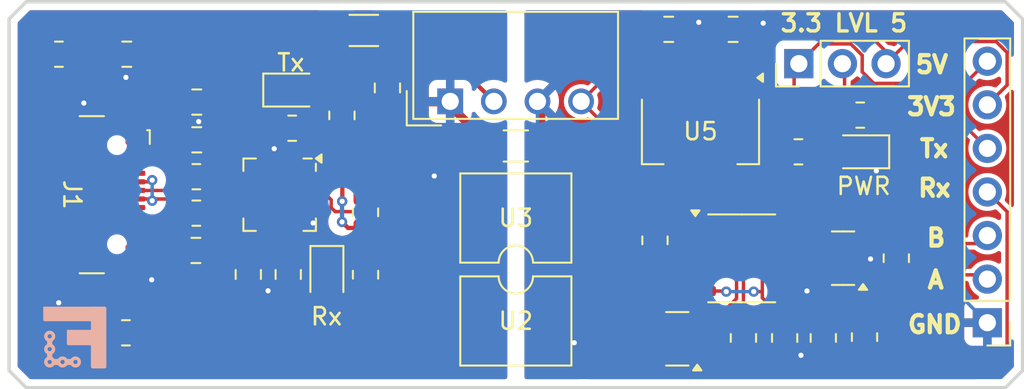
<source format=kicad_pcb>
(kicad_pcb (version 20241229) (generator "pcbnew") (generator_version "9.0")
  (layers (0 "F.Cu" signal) (2 "B.Cu" signal) (13 "F.Paste" user) (15 "B.Paste" user) (5 "F.SilkS" user "F.Silkscreen") (7 "B.SilkS" user "B.Silkscreen") (1 "F.Mask" user) (3 "B.Mask" user) (25 "Edge.Cuts" user))
  (net 0 "")
  (net 1 "GND1")
  (net 2 "+5V_USB")
  (net 3 "+5V_OUT")
  (net 4 "GND2")
  (net 5 "+3.3V_OUT")
  (net 6 "Net-(U4-+Vin)")
  (net 7 "Net-(D1-A)")
  (net 8 "Net-(U1-USBDP)")
  (net 9 "Net-(D4-A)")
  (net 10 "Net-(U1-USBDM)")
  (net 11 "VCCIO")
  (net 12 "Net-(D1-K)")
  (net 13 "Net-(D2-K)")
  (net 14 "Net-(D2-A)")
  (net 15 "Net-(D3-A1)")
  (net 16 "Net-(D3-A2)")
  (net 19 "Net-(Q1-C)")
  (net 20 "Net-(Q1-E)")
  (net 21 "Net-(Q1-B)")
  (net 22 "Net-(R8-Pad2)")
  (net 23 "Net-(J1-D+-PadA6)")
  (net 24 "Net-(J1-CC1)")
  (net 25 "Net-(J1-D--PadA7)")
  (net 26 "Net-(J1-CC2)")
  (net 27 "Net-(J2-Pin_2)")
  (net 28 "Net-(J3-Pin_5)")
  (net 29 "Net-(J3-Pin_4)")
  (net 30 "Net-(U1-RXD)")
  (net 31 "Net-(R9-Pad2)")
  (net 33 "Net-(U1-TXD)")
  (footprint "Resistor_SMD:R_0805_2012Metric" (layer "F.Cu") (at 100.15 103.6 90)
    (property "Reference" "R13" (hide yes))
    (property "Value" "10k" (hide yes))
  )
  (footprint "Package_TO_SOT_SMD:SOT-23" (layer "F.Cu") (at 103.55 98.95 180)
    (property "Reference" "D3" (hide yes))
    (property "Value" "SM712_SOT23" (hide yes))
  )
  (footprint "Capacitor_SMD:C_0805_2012Metric" (layer "F.Cu") (at 65.875 98.5 180)
    (property "Reference" "C4" (hide yes))
    (property "Value" "47pF" (hide yes))
  )
  (footprint "Package_DIP:SMDIP-4_W9.53mm" (layer "F.Cu") (at 84.5 102.61)
    (property "Reference" "U2")
    (property "Value" "EL817" (hide yes))
  )
  (footprint "Resistor_SMD:R_0805_2012Metric" (layer "F.Cu") (at 65.9 96.325 180)
    (property "Reference" "R1" (hide yes))
    (property "Value" "27R" (hide yes))
  )
  (footprint "Resistor_SMD:R_0805_2012Metric" (layer "F.Cu") (at 61.8 103.3 180)
    (property "Reference" "R4" (hide yes))
    (property "Value" "5k1" (hide yes))
  )
  (footprint "Resistor_SMD:R_0805_2012Metric" (layer "F.Cu") (at 71.48125 91.375 180)
    (property "Reference" "R7" (hide yes))
    (property "Value" "10k" (hide yes))
  )
  (footprint "LED_SMD:LED_0805_2012Metric" (layer "F.Cu") (at 73.5 99.925 -90)
    (property "Reference" "D1" (hide yes))
    (property "Value" "Rx")
  )
  (footprint "Resistor_SMD:R_0805_2012Metric" (layer "F.Cu") (at 65.9 94.2 180)
    (property "Reference" "R2" (hide yes))
    (property "Value" "27R" (hide yes))
  )
  (footprint "Resistor_SMD:R_0805_2012Metric" (layer "F.Cu") (at 75.75 96.275 90)
    (property "Reference" "R8" (hide yes))
    (property "Value" "1k" (hide yes))
  )
  (footprint "Resistor_SMD:R_0805_2012Metric" (layer "F.Cu") (at 104.55 90.61 180)
    (property "Reference" "R11" (hide yes))
    (property "Value" "10k" (hide yes))
  )
  (footprint "Resistor_SMD:R_0805_2012Metric" (layer "F.Cu") (at 100.95 92.75 180)
    (property "Reference" "R16" (hide yes))
    (property "Value" "1k" (hide yes))
  )
  (footprint "Package_TO_SOT_SMD:SOT-23" (layer "F.Cu") (at 93.9 103.65 180)
    (property "Reference" "Q1" (hide yes))
    (property "Value" "BC857" (hide yes))
  )
  (footprint "Capacitor_SMD:C_0805_2012Metric" (layer "F.Cu") (at 71.25 99.9 90)
    (property "Reference" "C1" (hide yes))
    (property "Value" "4.7uF" (hide yes))
  )
  (footprint "Capacitor_SMD:C_0805_2012Metric" (layer "F.Cu") (at 68.925 99.9 -90)
    (property "Reference" "C5" (hide yes))
    (property "Value" "100nF" (hide yes))
  )
  (footprint "Package_DIP:SMDIP-4_W9.53mm" (layer "F.Cu") (at 84.5 96.61 180)
    (property "Reference" "U3")
    (property "Value" "EL817" (hide yes))
  )
  (footprint "Converter_DCDC:Converter_DCDC_TRACO_TEA1-xxxx_THT" (layer "F.Cu") (at 80.68 89.81 90)
    (property "Reference" "U4" (hide yes))
    (property "Value" "DC-DC" (hide yes))
  )
  (footprint "Inductor_SMD:L_1206_3216Metric" (layer "F.Cu") (at 75.65 85.675)
    (property "Reference" "L1" (hide yes))
    (property "Value" "6.8uH" (hide yes))
  )
  (footprint "LED_SMD:LED_0805_2012Metric" (layer "F.Cu") (at 104.55 92.75 180)
    (property "Reference" "D4" (hide yes))
    (property "Value" "PWR")
  )
  (footprint "Resistor_SMD:R_0805_2012Metric" (layer "F.Cu") (at 97.75 103.6 -90)
    (property "Reference" "R14" (hide yes))
    (property "Value" "100R" (hide yes))
  )
  (footprint "Package_SO:SOIC-8_3.9x4.9mm_P1.27mm" (layer "F.Cu") (at 97.65 98.96)
    (property "Reference" "U6" (hide yes))
    (property "Value" "SN75176AD" (hide yes))
  )
  (footprint "Capacitor_SMD:C_0805_2012Metric" (layer "F.Cu") (at 77.025 89.025 90)
    (property "Reference" "C7" (hide yes))
    (property "Value" "4.7uF" (hide yes))
  )
  (footprint "Resistor_SMD:R_0805_2012Metric" (layer "F.Cu") (at 74.375 90.625 90)
    (property "Reference" "R6" (hide yes))
    (property "Value" "1k" (hide yes))
  )
  (footprint "Resistor_SMD:R_0805_2012Metric" (layer "F.Cu") (at 57.9 87.06)
    (property "Reference" "R3" (hide yes))
    (property "Value" "5k1" (hide yes))
  )
  (footprint "Capacitor_SMD:C_0805_2012Metric" (layer "F.Cu") (at 65.925 89.85)
    (property "Reference" "C3" (hide yes))
    (property "Value" "100nF" (hide yes))
  )
  (footprint "Package_DFN_QFN:QFN-16-1EP_4x4mm_P0.65mm_EP2.1x2.1mm" (layer "F.Cu") (at 70.75 95.25 -90)
    (property "Reference" "U1" (hide yes))
    (property "Value" "FT230XQ" (hide yes))
  )
  (footprint "Resistor_SMD:R_0805_2012Metric" (layer "F.Cu") (at 106.65 98.95 -90)
    (property "Reference" "R15" (hide yes))
    (property "Value" "120R" (hide yes))
  )
  (footprint "Capacitor_SMD:C_1206_3216Metric" (layer "F.Cu") (at 84.5 92.41)
    (property "Reference" "C8" (hide yes))
    (property "Value" "270pF/2kV" (hide yes))
  )
  (footprint "Package_TO_SOT_SMD:SOT-223-3_TabPin2" (layer "F.Cu") (at 95.25 91.56 -90)
    (property "Reference" "U5")
    (property "Value" "AMS1117-3.3" (hide yes))
  )
  (footprint "Capacitor_SMD:C_0805_2012Metric" (layer "F.Cu") (at 61.85 87.06)
    (property "Reference" "C6" (hide yes))
    (property "Value" "4.7uF" (hide yes))
  )
  (footprint "Resistor_SMD:R_0805_2012Metric" (layer "F.Cu") (at 104.8 103.55 -90)
    (property "Reference" "R12" (hide yes))
    (property "Value" "10k" (hide yes))
  )
  (footprint "Resistor_SMD:R_0805_2012Metric" (layer "F.Cu") (at 102.4 103.6 90)
    (property "Reference" "R10" (hide yes))
    (property "Value" "100R" (hide yes))
  )
  (footprint "Connector_PinHeader_2.54mm:PinHeader_1x03_P2.54mm_Vertical" (layer "F.Cu") (at 100.975 87.61 90)
    (property "Reference" "J2" (hide yes))
    (property "Value" "3.3 LVL 5")
  )
  (footprint "Capacitor_SMD:C_0805_2012Metric" (layer "F.Cu") (at 97.15 85.61 180)
    (property "Reference" "C10" (hide yes))
    (property "Value" "22uF" (hide yes))
  )
  (footprint "Capacitor_SMD:C_0805_2012Metric" (layer "F.Cu") (at 65.925 92.05 180)
    (property "Reference" "C2" (hide yes))
    (property "Value" "47pF" (hide yes))
  )
  (footprint "Connector_PinHeader_2.54mm:PinHeader_1x07_P2.54mm_Vertical" (layer "F.Cu") (at 111.95 102.71 180)
    (property "Reference" "J3" (hide yes))
    (property "Value" "7-pin con" (hide yes))
  )
  (footprint "Capacitor_SMD:C_0805_2012Metric" (layer "F.Cu") (at 93.4 85.61 180)
    (property "Reference" "C9" (hide yes))
    (property "Value" "10uF" (hide yes))
  )
  (footprint "Connector_USB:USB_C_Receptacle_GCT_USB4110" (layer "F.Cu") (at 58.675 95.25 -90)
    (property "Reference" "J1")
    (property "Value" "USB_C_Receptacle_USB2.0_16P" (hide yes))
  )
  (footprint "Resistor_SMD:R_0805_2012Metric" (layer "F.Cu") (at 92.6 97.91 -90)
    (property "Reference" "R9" (hide yes))
    (property "Value" "1k" (hide yes))
  )
  (footprint "LED_SMD:LED_0805_2012Metric" (layer "F.Cu") (at 71.48125 89.15)
    (property "Reference" "D2" (hide yes))
    (property "Value" "Tx")
  )
  (footprint "Resistor_SMD:R_0805_2012Metric" (layer "F.Cu") (at 75.75 99.9125 -90)
    (property "Reference" "R5" (hide yes))
    (property "Value" "1k" (hide yes))
  )
  (gr_circle (center 58.8625 105) (end 58.638893 105) (stroke (width 0.2)) (fill no) (layer "B.SilkS"))
  (gr_circle (center 57.3625 103.502788) (end 57.138893 103.502788) (stroke (width 0.2)) (fill no) (layer "B.SilkS"))
  (gr_rect (start 57.3125 103.726394) (end 57.4125 104.026394) (stroke (width 0.2)) (fill no) (layer "B.SilkS"))
  (gr_circle (center 58.1125 105) (end 57.888893 105) (stroke (width 0.2)) (fill no) (layer "B.SilkS"))
  (gr_circle (center 57.3625 104.252788) (end 57.138893 104.252788) (stroke (width 0.2)) (fill no) (layer "B.SilkS"))
  (gr_rect (start 58.4625 103.226394) (end 60.5375 103.926394) (stroke (width 0.2)) (fill yes) (layer "B.SilkS"))
  (gr_rect (start 58.3625 104.926394) (end 58.6125 105.076394) (stroke (width 0.2)) (fill no) (layer "B.SilkS"))
  (gr_rect (start 57.0875 101.876394) (end 60.5375 102.526394) (stroke (width 0.2)) (fill yes) (layer "B.SilkS"))
  (gr_rect (start 57.3125 104.476394) (end 57.4125 104.776394) (stroke (width 0.2)) (fill no) (layer "B.SilkS"))
  (gr_rect (start 57.5875 104.926394) (end 57.8375 105.076394) (stroke (width 0.2)) (fill no) (layer "B.SilkS"))
  (gr_rect (start 59.8625 101.876394) (end 60.5625 105.276394) (stroke (width 0.2)) (fill yes) (layer "B.SilkS"))
  (gr_circle (center 57.3625 105) (end 57.138893 105) (stroke (width 0.2)) (fill no) (layer "B.SilkS"))
  (gr_poly (pts (xy 55 85) (xy 56 84) (xy 113 84) (xy 114 85) (xy 114 105.5) (xy 113 106.5) (xy 56 106.5) (xy 55 105.5) (xy 55 99.95)) (stroke (width 0.2)) (fill no) (layer "Edge.Cuts"))
  (gr_text "A" (at 108.35 100.8 0) (layer "F.SilkS") (effects (font (size 1 1) (thickness 0.25) (bold yes)) (justify left bottom)))
  (gr_text "Rx" (at 107.8 95.45 0) (layer "F.SilkS") (effects (font (size 1 1) (thickness 0.25) (bold yes)) (justify left bottom)))
  (gr_text "5V" (at 107.65 88.25 0) (layer "F.SilkS") (effects (font (size 1 1) (thickness 0.25) (bold yes)) (justify left bottom)))
  (gr_text "GND" (at 107.2 103.4 0) (layer "F.SilkS") (effects (font (size 1 1) (thickness 0.25) (bold yes)) (justify left bottom)))
  (gr_text "B" (at 108.3 98.35 0) (layer "F.SilkS") (effects (font (size 1 1) (thickness 0.25) (bold yes)) (justify left bottom)))
  (gr_text "3V3" (at 107.15 90.7 0) (layer "F.SilkS") (effects (font (size 1 1) (thickness 0.25) (bold yes)) (justify left bottom)))
  (gr_text "Tx" (at 107.9 93.15 0) (layer "F.SilkS") (effects (font (size 1 1) (thickness 0.25) (bold yes)) (justify left bottom)))
  (segment (start 57.85 89.89) (end 59.33 89.89) (width 0.2) (layer "F.Cu") (net 1))
  (segment (start 72.7 96.225) (end 72.7 96.9) (width 0.2) (layer "F.Cu") (net 1))
  (segment (start 59.37 89.89) (end 59.35 89.91) (width 0.2) (layer "F.Cu") (net 1))
  (segment (start 57.85 100.11) (end 57.85 89.89) (width 0.2) (layer "F.Cu") (net 1))
  (segment (start 62.355 91.8) (end 61.78 91.225) (width 0.2) (layer "F.Cu") (net 1))
  (segment (start 61.8 88.41) (end 61.78 88.43) (width 0.2) (layer "F.Cu") (net 1))
  (segment (start 64.925 98.5) (end 63.3 100.125) (width 0.2) (layer "F.Cu") (net 1))
  (segment (start 61.78 88.43) (end 61.78 89.89) (width 0.2) (layer "F.Cu") (net 1))
  (segment (start 79.735 95.34) (end 79.735 94.175) (width 0.5) (layer "F.Cu") (net 1))
  (segment (start 61.8 87.96) (end 60.9 87.06) (width 0.2) (layer "F.Cu") (net 1))
  (segment (start 61.88 100.21) (end 61.78 100.11) (width 0.2) (layer "F.Cu") (net 1))
  (segment (start 70.425 94.925) (end 70.75 95.25) (width 0.2) (layer "F.Cu") (net 1))
  (segment (start 57.85 101.51) (end 57.89 101.55) (width 0.2) (layer "F.Cu") (net 1))
  (segment (start 61.8 88.41) (end 61.8 87.96) (width 0.2) (layer "F.Cu") (net 1))
  (segment (start 83.025 92.41) (end 80.68 90.065) (width 0.5) (layer "F.Cu") (net 1))
  (segment (start 80.68 90.065) (end 80.68 89.81) (width 0.2) (layer "F.Cu") (net 1))
  (segment (start 62.355 98.45) (end 61.78 99.025) (width 0.2) (layer "F.Cu") (net 1))
  (segment (start 71.25 100.85) (end 68.925 100.85) (width 0.2) (layer "F.Cu") (net 1))
  (segment (start 70.425 93.3) (end 70.425 92.579355) (width 0.2) (layer "F.Cu") (net 1))
  (segment (start 62.7125 103.3) (end 62.7125 101.0425) (width 0.2) (layer "F.Cu") (net 1))
  (segment (start 63.3 100.125) (end 63.3 100.21) (width 0.2) (layer "F.Cu") (net 1))
  (segment (start 59.33 89.89) (end 59.35 89.91) (width 0.2) (layer "F.Cu") (net 1))
  (segment (start 57.85 87.9225) (end 56.9875 87.06) (width 0.2) (layer "F.Cu") (net 1))
  (segment (start 70.425 93.3) (end 70.425 94.925) (width 0.2) (layer "F.Cu") (net 1))
  (segment (start 80.515 89.975) (end 80.68 89.81) (width 0.25) (layer "F.Cu") (net 1))
  (segment (start 61.78 91.225) (end 61.78 89.89) (width 0.2) (layer "F.Cu") (net 1))
  (segment (start 70.425 92.579355) (end 70.433806 92.570549) (width 0.2) (layer "F.Cu") (net 1))
  (segment (start 77.025 89.975) (end 80.515 89.975) (width 0.25) (layer "F.Cu") (net 1))
  (segment (start 64.975 92.05) (end 66.875 90.15) (width 0.2) (layer "F.Cu") (net 1))
  (segment (start 57.85 89.89) (end 57.85 87.9225) (width 0.2) (layer "F.Cu") (net 1))
  (segment (start 63.3 100.21) (end 61.88 100.21) (width 0.2) (layer "F.Cu") (net 1))
  (segment (start 79.735 94.175) (end 79.75 94.16) (width 0.5) (layer "F.Cu") (net 1))
  (segment (start 72.7 96.225) (end 71.725 96.225) (width 0.2) (layer "F.Cu") (net 1))
  (segment (start 57.85 100.11) (end 57.85 101.51) (width 0.2) (layer "F.Cu") (net 1))
  (segment (start 62.7125 101.0425) (end 61.78 100.11) (width 0.2) (layer "F.Cu") (net 1))
  (segment (start 71.725 96.225) (end 70.75 95.25) (width 0.2) (layer "F.Cu") (net 1))
  (segment (start 61.78 99.025) (end 61.78 100.11) (width 0.2) (layer "F.Cu") (net 1))
  (segment (start 66.875 90.15) (end 66.875 89.85) (width 0.2) (layer "F.Cu") (net 1))
  (via (at 57.89 101.55) (size 0.6) (drill 0.3) (layers "F.Cu" "B.Cu") (net 1))
  (via (at 61.8 88.41) (size 0.6) (drill 0.3) (layers "F.Cu" "B.Cu") (net 1))
  (via (at 70.433806 92.570549) (size 0.6) (drill 0.3) (layers "F.Cu" "B.Cu") (net 1))
  (via (at 59.35 89.91) (size 0.6) (drill 0.3) (layers "F.Cu" "B.Cu") (net 1))
  (via (at 63.3 100.21) (size 0.6) (drill 0.3) (layers "F.Cu" "B.Cu") (net 1))
  (via (at 66.0375 90.9875) (size 0.6) (drill 0.3) (layers "F.Cu" "B.Cu") (net 1))
  (via (at 70.075 100.85) (size 0.6) (drill 0.3) (layers "F.Cu" "B.Cu") (net 1))
  (via (at 72.7 96.9) (size 0.6) (drill 0.3) (layers "F.Cu" "B.Cu") (net 1))
  (via (at 79.75 94.16) (size 0.6) (drill 0.3) (layers "F.Cu" "B.Cu") (net 1))
  (segment (start 79.75 94.16) (end 80.68 93.23) (width 0.25) (layer "B.Cu") (net 1))
  (segment (start 61.96 101.55) (end 63.3 100.21) (width 0.2) (layer "B.Cu") (net 1))
  (segment (start 61.8 88.41) (end 61.79 88.4) (width 0.2) (layer "B.Cu") (net 1))
  (segment (start 57.89 101.55) (end 61.96 101.55) (width 0.2) (layer "B.Cu") (net 1))
  (segment (start 80.68 93.23) (end 80.68 89.81) (width 0.25) (layer "B.Cu") (net 1))
  (segment (start 61.79 88.4) (end 60.86 88.4) (width 0.2) (layer "B.Cu") (net 1))
  (segment (start 60.86 88.4) (end 59.35 89.91) (width 0.2) (layer "B.Cu") (net 1))
  (segment (start 62.847764 92.85) (end 63.122764 93.125) (width 0.25) (layer "F.Cu") (net 2))
  (segment (start 62.805908 92.85) (end 63.55 92.105908) (width 0.25) (layer "F.Cu") (net 2))
  (segment (start 65.925 93.525) (end 65.925 97.084744) (width 0.25) (layer "F.Cu") (net 2))
  (segment (start 70.425 97.2) (end 70.425 98.125) (width 0.2) (layer "F.Cu") (net 2))
  (segment (start 63.55 87.81) (end 62.8 87.06) (width 0.25) (layer "F.Cu") (net 2))
  (segment (start 63.55 89.85) (end 63.55 87.81) (width 0.25) (layer "F.Cu") (net 2))
  (segment (start 63.097764 97.4) (end 62.847764 97.65) (width 0.25) (layer "F.Cu") (net 2))
  (segment (start 74.075 85.675) (end 64.185 85.675) (width 0.25) (layer "F.Cu") (net 2))
  (segment (start 63.55 92.105908) (end 63.55 89.85) (width 0.25) (layer "F.Cu") (net 2))
  (segment (start 62.355 92.85) (end 62.805908 92.85) (width 0.25) (layer "F.Cu") (net 2))
  (segment (start 64.185 85.675) (end 62.8 87.06) (width 0.25) (layer "F.Cu") (net 2))
  (segment (start 65.525 93.125) (end 65.925 93.525) (width 0.25) (layer "F.Cu") (net 2))
  (segment (start 63.122764 93.125) (end 65.525 93.125) (width 0.25) (layer "F.Cu") (net 2))
  (segment (start 65.609744 97.4) (end 63.097764 97.4) (width 0.25) (layer "F.Cu") (net 2))
  (segment (start 65.925 97.084744) (end 65.609744 97.4) (width 0.25) (layer "F.Cu") (net 2))
  (segment (start 62.355 92.85) (end 62.847764 92.85) (width 0.25) (layer "F.Cu") (net 2))
  (segment (start 70.425 98.125) (end 71.25 98.95) (width 0.2) (layer "F.Cu") (net 2))
  (segment (start 64.975 89.85) (end 63.55 89.85) (width 0.25) (layer "F.Cu") (net 2))
  (segment (start 62.847764 97.65) (end 62.355 97.65) (width 0.25) (layer "F.Cu") (net 2))
  (segment (start 97.75 102.6875) (end 97.75 98.448762) (width 0.2) (layer "F.Cu") (net 3))
  (segment (start 100.125 92.8375) (end 100.0375 92.75) (width 0.2) (layer "F.Cu") (net 3))
  (segment (start 99.38 96.31) (end 100.125 97.055) (width 0.2) (layer "F.Cu") (net 3))
  (segment (start 105.338654 88.76) (end 104.665 88.086346) (width 0.2) (layer "F.Cu") (net 3))
  (segment (start 104.665 88.086346) (end 104.665 87.125) (width 0.2) (layer "F.Cu") (net 3))
  (segment (start 97.75 98.448762) (end 99.143762 97.055) (width 0.2) (layer "F.Cu") (net 3))
  (segment (start 104 86.46) (end 102.125 86.46) (width 0.2) (layer "F.Cu") (net 3))
  (segment (start 89.7 88.41) (end 88.3 89.81) (width 0.2) (layer "F.Cu") (net 3))
  (segment (start 100.7 87.885) (end 100.975 87.61) (width 0.2) (layer "F.Cu") (net 3))
  (segment (start 102.125 86.46) (end 100.975 87.61) (width 0.2) (layer "F.Cu") (net 3))
  (segment (start 92.95 88.41) (end 92.6 88.06) (width 0.2) (layer "F.Cu") (net 3))
  (segment (start 92.95 88.41) (end 89.7 88.41) (width 0.2) (layer "F.Cu") (net 3))
  (segment (start 92.6 85.76) (end 92.45 85.61) (width 0.2) (layer "F.Cu") (net 3))
  (segment (start 92.6 88.06) (end 92.6 85.76) (width 0.2) (layer "F.Cu") (net 3))
  (segment (start 99.143762 97.055) (end 100.125 97.055) (width 0.2) (layer "F.Cu") (net 3))
  (segment (start 92.6 96.9975) (end 92.6 96.61) (width 0.2) (layer "F.Cu") (net 3))
  (segment (start 100.7 92.0875) (end 100.7 87.885) (width 0.2) (layer "F.Cu") (net 3))
  (segment (start 100.125 97.055) (end 100.125 92.8375) (width 0.2) (layer "F.Cu") (net 3))
  (segment (start 111.95 87.47) (end 110.66 88.76) (width 0.2) (layer "F.Cu") (net 3))
  (segment (start 91.15 92.66) (end 88.3 89.81) (width 0.2) (layer "F.Cu") (net 3))
  (segment (start 110.66 88.76) (end 105.338654 88.76) (width 0.2) (layer "F.Cu") (net 3))
  (segment (start 104.665 87.125) (end 104 86.46) (width 0.2) (layer "F.Cu") (net 3))
  (segment (start 92.6 96.9975) (end 93.2875 96.31) (width 0.2) (layer "F.Cu") (net 3))
  (segment (start 92.6 96.61) (end 91.15 95.16) (width 0.2) (layer "F.Cu") (net 3))
  (segment (start 91.15 95.16) (end 91.15 92.66) (width 0.2) (layer "F.Cu") (net 3))
  (segment (start 93.2875 96.31) (end 99.38 96.31) (width 0.2) (layer "F.Cu") (net 3))
  (segment (start 100.0375 92.75) (end 100.7 92.0875) (width 0.2) (layer "F.Cu") (net 3))
  (segment (start 97.8 88.16) (end 97.55 88.41) (width 0.25) (layer "F.Cu") (net 4))
  (segment (start 98.54 85.61) (end 98.1 85.61) (width 0.2) (layer "F.Cu") (net 4))
  (segment (start 87.9 103.88) (end 89.265 103.88) (width 0.2) (layer "F.Cu") (net 4))
  (segment (start 100.15 104.5125) (end 100.2475 104.61) (width 0.2) (layer "F.Cu") (net 4))
  (segment (start 95.15 85.2) (end 94.76 85.2) (width 0.2) (layer "F.Cu") (net 4))
  (segment (start 101.45 100.86) (end 100.13 100.86) (width 0.2) (layer "F.Cu") (net 4))
  (segment (start 105.105 98.95) (end 105.15 98.995) (width 0.2) (layer "F.Cu") (net 4))
  (segment (start 105.4875 93.86) (end 105.4875 92.75) (width 0.2) (layer "F.Cu") (net 4))
  (segment (start 85.975 92.41) (end 85.975 90.025) (width 0.5) (layer "F.Cu") (net 4))
  (segment (start 98.1 85.61) (end 97.8 85.91) (width 0.25) (layer "F.Cu") (net 4))
  (segment (start 98.9 85.25) (end 98.54 85.61) (width 0.2) (layer "F.Cu") (net 4))
  (segment (start 100.2475 104.61) (end 101.1 104.61) (width 0.2) (layer "F.Cu") (net 4))
  (segment (start 97.8 85.91) (end 97.8 88.16) (width 0.25) (layer "F.Cu") (net 4))
  (segment (start 100.13 100.86) (end 100.125 100.865) (width 0.2) (layer "F.Cu") (net 4))
  (segment (start 102.6125 98.95) (end 105.105 98.95) (width 0.2) (layer "F.Cu") (net 4))
  (segment (start 94.76 85.2) (end 94.35 85.61) (width 0.2) (layer "F.Cu") (net 4))
  (segment (start 85.975 90.025) (end 85.76 89.81) (width 0.2) (layer "F.Cu") (net 4))
  (via (at 95.15 85.2) (size 0.6) (drill 0.3) (layers "F.Cu" "B.Cu") (net 4))
  (via (at 105.15 98.995) (size 0.6) (drill 0.3) (layers "F.Cu" "B.Cu") (net 4))
  (via (at 98.9 85.25) (size 0.6) (drill 0.3) (layers "F.Cu" "B.Cu") (net 4))
  (via (at 105.4875 93.86) (size 0.6) (drill 0.3) (layers "F.Cu" "B.Cu") (net 4))
  (via (at 101.45 100.86) (size 0.6) (drill 0.3) (layers "F.Cu" "B.Cu") (net 4))
  (via (at 87.9 103.88) (size 0.6) (drill 0.3) (layers "F.Cu" "B.Cu") (net 4))
  (via (at 101.1 104.61) (size 0.6) (drill 0.3) (layers "F.Cu" "B.Cu") (net 4))
  (segment (start 101.55 100.86) (end 103.4 102.71) (width 0.2) (layer "B.Cu") (net 4))
  (segment (start 101.45 100.86) (end 101.55 100.86) (width 0.2) (layer "B.Cu") (net 4))
  (segment (start 103.4 102.71) (end 111.95 102.71) (width 0.2) (layer "B.Cu") (net 4))
  (segment (start 106.645 97.405) (end 105.4875 96.2475) (width 0.2) (layer "B.Cu") (net 4))
  (segment (start 105.4875 96.2475) (end 105.4875 93.86) (width 0.2) (layer "B.Cu") (net 4))
  (segment (start 98.925 85.275) (end 98.925 89.085) (width 0.2) (layer "B.Cu") (net 4))
  (segment (start 101.45 100.86) (end 101.1 101.21) (width 0.2) (layer "B.Cu") (net 4))
  (segment (start 111.95 102.71) (end 106.645 97.405) (width 0.2) (layer "B.Cu") (net 4))
  (segment (start 106.645 97.5) (end 106.645 97.405) (width 0.2) (layer "B.Cu") (net 4))
  (segment (start 98.925 89.085) (end 103.7 93.86) (width 0.2) (layer "B.Cu") (net 4))
  (segment (start 90.92 84.65) (end 95.15 84.65) (width 0.2) (layer "B.Cu") (net 4))
  (segment (start 103.7 93.86) (end 105.4875 93.86) (width 0.2) (layer "B.Cu") (net 4))
  (segment (start 95.15 85.2) (end 95.15 84.65) (width 0.2) (layer "B.Cu") (net 4))
  (segment (start 98.9 85.25) (end 98.925 85.275) (width 0.2) (layer "B.Cu") (net 4))
  (segment (start 85.76 89.81) (end 90.92 84.65) (width 0.2) (layer "B.Cu") (net 4))
  (segment (start 101.1 101.21) (end 101.1 104.61) (width 0.2) (layer "B.Cu") (net 4))
  (segment (start 98.3 84.65) (end 98.9 85.25) (width 0.2) (layer "B.Cu") (net 4))
  (segment (start 105.15 98.995) (end 106.645 97.5) (width 0.2) (layer "B.Cu") (net 4))
  (segment (start 87.9 103.88) (end 85.76 101.74) (width 0.2) (layer "B.Cu") (net 4))
  (segment (start 95.15 84.65) (end 98.3 84.65) (width 0.2) (layer "B.Cu") (net 4))
  (segment (start 85.76 101.74) (end 85.76 89.81) (width 0.2) (layer "B.Cu") (net 4))
  (segment (start 112.46 86.32) (end 107.345 86.32) (width 0.2) (layer "F.Cu") (net 5))
  (segment (start 107.345 86.32) (end 106.055 87.61) (width 0.2) (layer "F.Cu") (net 5))
  (segment (start 95.25 88.41) (end 95.9 87.76) (width 0.2) (layer "F.Cu") (net 5))
  (segment (start 106.055 87.61) (end 106.055 86.915) (width 0.2) (layer "F.Cu") (net 5))
  (segment (start 105.05 85.91) (end 99.95 85.91) (width 0.2) (layer "F.Cu") (net 5))
  (segment (start 98.2 89.96) (end 95.25 89.96) (width 0.2) (layer "F.Cu") (net 5))
  (segment (start 106.055 86.915) (end 105.05 85.91) (width 0.2) (layer "F.Cu") (net 5))
  (segment (start 111.95 90.01) (end 113.1 88.86) (width 0.2) (layer "F.Cu") (net 5))
  (segment (start 96.2 85.61) (end 95.25 86.56) (width 0.25) (layer "F.Cu") (net 5))
  (segment (start 99.15 86.71) (end 99.15 89.01) (width 0.2) (layer "F.Cu") (net 5))
  (segment (start 95.25 86.56) (end 95.25 88.41) (width 0.25) (layer "F.Cu") (net 5))
  (segment (start 99.95 85.91) (end 99.15 86.71) (width 0.2) (layer "F.Cu") (net 5))
  (segment (start 99.15 89.01) (end 98.2 89.96) (width 0.2) (layer "F.Cu") (net 5))
  (segment (start 113.1 88.86) (end 113.1 86.96) (width 0.2) (layer "F.Cu") (net 5))
  (segment (start 113.1 86.96) (end 112.46 86.32) (width 0.2) (layer "F.Cu") (net 5))
  (segment (start 95.25 94.71) (end 95.25 88.41) (width 0.25) (layer "F.Cu") (net 5))
  (segment (start 81.485 88.075) (end 83.22 89.81) (width 0.25) (layer "F.Cu") (net 6))
  (segment (start 77.225 85.675) (end 77.225 87.875) (width 0.25) (layer "F.Cu") (net 6))
  (segment (start 77.225 87.875) (end 77.025 88.075) (width 0.25) (layer "F.Cu") (net 6))
  (segment (start 77.025 88.075) (end 81.485 88.075) (width 0.25) (layer "F.Cu") (net 6))
  (segment (start 75.75 100.825) (end 73.5375 100.825) (width 0.2) (layer "F.Cu") (net 7))
  (segment (start 73.5375 100.825) (end 73.5 100.8625) (width 0.2) (layer "F.Cu") (net 7))
  (segment (start 66.8125 94.0625) (end 66.875 94) (width 0.2) (layer "F.Cu") (net 8))
  (segment (start 66.8125 94.2) (end 66.8125 94.0625) (width 0.2) (layer "F.Cu") (net 8))
  (segment (start 67.5375 94.925) (end 66.8125 94.2) (width 0.2) (layer "F.Cu") (net 8))
  (segment (start 68.8 94.925) (end 67.5375 94.925) (width 0.2) (layer "F.Cu") (net 8))
  (segment (start 66.875 94) (end 66.875 92.05) (width 0.2) (layer "F.Cu") (net 8))
  (segment (start 103.6125 92.75) (end 101.8625 92.75) (width 0.2) (layer "F.Cu") (net 9))
  (segment (start 68.8 95.575) (end 67.5625 95.575) (width 0.2) (layer "F.Cu") (net 10))
  (segment (start 67.5625 95.575) (end 66.8125 96.325) (width 0.2) (layer "F.Cu") (net 10))
  (segment (start 66.8125 96.325) (end 66.8125 98.4875) (width 0.2) (layer "F.Cu") (net 10))
  (segment (start 66.8125 98.4875) (end 66.825 98.5) (width 0.2) (layer "F.Cu") (net 10))
  (segment (start 69.875 99.9) (end 74.85 99.9) (width 0.25) (layer "F.Cu") (net 11))
  (segment (start 69.775 97.2) (end 68.8 96.225) (width 0.25) (layer "F.Cu") (net 11))
  (segment (start 74.375 91.5375) (end 72.55625 91.5375) (width 0.25) (layer "F.Cu") (net 11))
  (segment (start 69.775 97.2) (end 69.775 98.1) (width 0.25) (layer "F.Cu") (net 11))
  (segment (start 69.775 98.1) (end 68.925 98.95) (width 0.25) (layer "F.Cu") (net 11))
  (segment (start 74.4 91.5625) (end 74.375 91.5375) (width 0.25) (layer "F.Cu") (net 11))
  (segment (start 71.725 92.2625) (end 71.725 92.04375) (width 0.25) (layer "F.Cu") (net 11))
  (segment (start 72.55625 91.5375) (end 72.39375 91.375) (width 0.25) (layer "F.Cu") (net 11))
  (segment (start 71.725 92.04375) (end 72.39375 91.375) (width 0.25) (layer "F.Cu") (net 11))
  (segment (start 68.925 98.95) (end 69.875 99.9) (width 0.25) (layer "F.Cu") (net 11))
  (segment (start 71.725 93.3) (end 71.725 92.2625) (width 0.25) (layer "F.Cu") (net 11))
  (segment (start 74.381672 96.836657) (end 74.732515 97.1875) (width 0.25) (layer "F.Cu") (net 11))
  (segment (start 74.4 95.626758) (end 74.4 91.5625) (width 0.25) (layer "F.Cu") (net 11))
  (segment (start 74.390101 95.636657) (end 74.4 95.626758) (width 0.25) (layer "F.Cu") (net 11))
  (segment (start 74.85 99.9) (end 75.75 99) (width 0.25) (layer "F.Cu") (net 11))
  (segment (start 75.75 99) (end 75.75 97.1875) (width 0.25) (layer "F.Cu") (net 11))
  (segment (start 74.732515 97.1875) (end 75.75 97.1875) (width 0.25) (layer "F.Cu") (net 11))
  (via (at 74.390101 95.636657) (size 0.6) (drill 0.3) (layers "F.Cu" "B.Cu") (net 11))
  (via (at 74.381672 96.836657) (size 0.6) (drill 0.3) (layers "F.Cu" "B.Cu") (net 11))
  (segment (start 74.381672 96.836657) (end 74.381672 95.645086) (width 0.25) (layer "B.Cu") (net 11))
  (segment (start 74.381672 95.645086) (end 74.390101 95.636657) (width 0.25) (layer "B.Cu") (net 11))
  (segment (start 71.075 97.624999) (end 71.475001 98.025) (width 0.2) (layer "F.Cu") (net 12))
  (segment (start 71.475001 98.025) (end 72.5375 98.025) (width 0.2) (layer "F.Cu") (net 12))
  (segment (start 72.5375 98.025) (end 73.5 98.9875) (width 0.2) (layer "F.Cu") (net 12))
  (segment (start 71.075 97.2) (end 71.075 97.624999) (width 0.2) (layer "F.Cu") (net 12))
  (segment (start 68.8 94.275) (end 68.8 90.875) (width 0.2) (layer "F.Cu") (net 13))
  (segment (start 68.8 90.875) (end 70.525 89.15) (width 0.2) (layer "F.Cu") (net 13))
  (segment (start 70.525 89.15) (end 70.54375 89.15) (width 0.2) (layer "F.Cu") (net 13))
  (segment (start 74.375 89.7125) (end 72.98125 89.7125) (width 0.2) (layer "F.Cu") (net 14))
  (segment (start 72.98125 89.7125) (end 72.41875 89.15) (width 0.2) (layer "F.Cu") (net 14))
  (segment (start 104.4875 99.9) (end 104.7925 99.595) (width 0.2) (layer "F.Cu") (net 15))
  (segment (start 106.3825 99.595) (end 106.65 99.8625) (width 0.2) (layer "F.Cu") (net 15))
  (segment (start 106.65 99.8625) (end 106.71 99.9225) (width 0.2) (layer "F.Cu") (net 15))
  (segment (start 104.7925 99.595) (end 105.8 99.595) (width 0.2) (layer "F.Cu") (net 15))
  (segment (start 105.8 99.595) (end 106.3825 99.595) (width 0.2) (layer "F.Cu") (net 15))
  (segment (start 100.125 99.595) (end 105.8 99.595) (width 0.2) (layer "F.Cu") (net 15))
  (segment (start 106.71 99.9225) (end 111.7025 99.9225) (width 0.2) (layer "F.Cu") (net 15))
  (segment (start 111.7025 99.9225) (end 111.95 100.17) (width 0.2) (layer "F.Cu") (net 15))
  (segment (start 106.3625 98.325) (end 106.65 98.0375) (width 0.2) (layer "F.Cu") (net 16))
  (segment (start 100.125 98.325) (end 105.8 98.325) (width 0.2) (layer "F.Cu") (net 16))
  (segment (start 104.4875 98) (end 104.8125 98.325) (width 0.2) (layer "F.Cu") (net 16))
  (segment (start 106.65 98.0375) (end 106.71 98.0975) (width 0.2) (layer "F.Cu") (net 16))
  (segment (start 104.8125 98.325) (end 105.8 98.325) (width 0.2) (layer "F.Cu") (net 16))
  (segment (start 111.4825 98.0975) (end 111.95 97.63) (width 0.2) (layer "F.Cu") (net 16))
  (segment (start 105.8 98.325) (end 106.3625 98.325) (width 0.2) (layer "F.Cu") (net 16))
  (segment (start 106.71 98.0975) (end 111.4825 98.0975) (width 0.2) (layer "F.Cu") (net 16))
  (segment (start 96.94 103.55) (end 96.05 102.66) (width 0.2) (layer "F.Cu") (net 19))
  (segment (start 99.5225 102.6875) (end 98.66 103.55) (width 0.2) (layer "F.Cu") (net 19))
  (segment (start 97.35 100.25) (end 96.695 99.595) (width 0.2) (layer "F.Cu") (net 19))
  (segment (start 92.9625 103.65) (end 92.9625 102.9475) (width 0.2) (layer "F.Cu") (net 19))
  (segment (start 96.05 101.96) (end 96.69 101.96) (width 0.2) (layer "F.Cu") (net 19))
  (segment (start 93.95 101.96) (end 96.05 101.96) (width 0.2) (layer "F.Cu") (net 19))
  (segment (start 92.9625 102.9475) (end 93.95 101.96) (width 0.2) (layer "F.Cu") (net 19))
  (segment (start 96.695 99.595) (end 95.175 99.595) (width 0.2) (layer "F.Cu") (net 19))
  (segment (start 97.35 101.3) (end 97.35 100.25) (width 0.2) (layer "F.Cu") (net 19))
  (segment (start 96.05 102.66) (end 96.05 101.96) (width 0.2) (layer "F.Cu") (net 19))
  (segment (start 96.69 101.96) (end 97.35 101.3) (width 0.2) (layer "F.Cu") (net 19))
  (segment (start 98.66 103.55) (end 96.94 103.55) (width 0.2) (layer "F.Cu") (net 19))
  (segment (start 95.175 98.325) (end 95.175 99.595) (width 0.2) (layer "F.Cu") (net 19))
  (segment (start 100.15 102.6875) (end 99.5225 102.6875) (width 0.2) (layer "F.Cu") (net 19))
  (segment (start 97.75 104.5125) (end 98.137244 104.125256) (width 0.2) (layer "F.Cu") (net 20))
  (segment (start 99.4 103.6) (end 101.705256 103.6) (width 0.2) (layer "F.Cu") (net 20))
  (segment (start 94.89 102.7) (end 96.7025 104.5125) (width 0.2) (layer "F.Cu") (net 20))
  (segment (start 103.8275 103.61) (end 104.8 102.6375) (width 0.2) (layer "F.Cu") (net 20))
  (segment (start 96.7025 104.5125) (end 97.75 104.5125) (width 0.2) (layer "F.Cu") (net 20))
  (segment (start 98.874744 104.125256) (end 99.4 103.6) (width 0.2) (layer "F.Cu") (net 20))
  (segment (start 98.137244 104.125256) (end 98.874744 104.125256) (width 0.2) (layer "F.Cu") (net 20))
  (segment (start 101.705256 103.6) (end 101.715256 103.61) (width 0.2) (layer "F.Cu") (net 20))
  (segment (start 94.8375 102.7) (end 94.89 102.7) (width 0.2) (layer "F.Cu") (net 20))
  (segment (start 101.715256 103.61) (end 103.8275 103.61) (width 0.2) (layer "F.Cu") (net 20))
  (segment (start 101.5875 105.325) (end 102.4 104.5125) (width 0.2) (layer "F.Cu") (net 21))
  (segment (start 102.4 104.5125) (end 104.75 104.5125) (width 0.2) (layer "F.Cu") (net 21))
  (segment (start 96.765 105.325) (end 101.5875 105.325) (width 0.2) (layer "F.Cu") (net 21))
  (segment (start 96.04 104.6) (end 96.765 105.325) (width 0.2) (layer "F.Cu") (net 21))
  (segment (start 94.8375 104.6) (end 96.04 104.6) (width 0.2) (layer "F.Cu") (net 21))
  (segment (start 104.75 104.5125) (end 104.8 104.4625) (width 0.2) (layer "F.Cu") (net 21))
  (segment (start 75.75 95.3625) (end 76.0375 95.3625) (width 0.2) (layer "F.Cu") (net 22))
  (segment (start 77.65 99.255) (end 79.735 101.34) (width 0.2) (layer "F.Cu") (net 22))
  (segment (start 76.0375 95.3625) (end 77.65 96.975) (width 0.2) (layer "F.Cu") (net 22))
  (segment (start 77.65 96.975) (end 77.65 99.255) (width 0.2) (layer "F.Cu") (net 22))
  (segment (start 61.74759 96) (end 61.48 95.73241) (width 0.2) (layer "F.Cu") (net 23))
  (segment (start 61.725 95) (end 62.355 95) (width 0.2) (layer "F.Cu") (net 23))
  (segment (start 62.355 95) (end 64.1875 95) (width 0.2) (layer "F.Cu") (net 23))
  (segment (start 61.48 95.73241) (end 61.48 95.245) (width 0.2) (layer "F.Cu") (net 23))
  (segment (start 61.48 95.245) (end 61.725 95) (width 0.2) (layer "F.Cu") (net 23))
  (segment (start 64.1875 95) (end 64.9875 94.2) (width 0.2) (layer "F.Cu") (net 23))
  (segment (start 62.355 96) (end 61.74759 96) (width 0.2) (layer "F.Cu") (net 23))
  (segment (start 59.95 88.1975) (end 59.95 92.31) (width 0.2) (layer "F.Cu") (net 24))
  (segment (start 61.64 94) (end 62.355 94) (width 0.2) (layer "F.Cu") (net 24))
  (segment (start 59.95 92.31) (end 61.64 94) (width 0.2) (layer "F.Cu") (net 24))
  (segment (start 58.8125 87.06) (end 59.95 88.1975) (width 0.2) (layer "F.Cu") (net 24))
  (segment (start 64.9875 96.325) (end 64.1625 95.5) (width 0.2) (layer "F.Cu") (net 25))
  (segment (start 64.1625 95.5) (end 62.355 95.5) (width 0.2) (layer "F.Cu") (net 25))
  (segment (start 62.355 94.5) (end 63.229388 94.5) (width 0.2) (layer "F.Cu") (net 25))
  (segment (start 63.22939 95.5) (end 63.329389 95.599999) (width 0.2) (layer "F.Cu") (net 25))
  (segment (start 63.229388 94.5) (end 63.329388 94.4) (width 0.2) (layer "F.Cu") (net 25))
  (segment (start 62.355 95.5) (end 63.22939 95.5) (width 0.2) (layer "F.Cu") (net 25))
  (via (at 63.329389 95.599999) (size 0.6) (drill 0.3) (layers "F.Cu" "B.Cu") (net 25))
  (via (at 63.329388 94.4) (size 0.6) (drill 0.3) (layers "F.Cu" "B.Cu") (net 25))
  (segment (start 63.329388 94.4) (end 63.329388 95.599998) (width 0.2) (layer "B.Cu") (net 25))
  (segment (start 63.329388 95.599998) (end 63.329389 95.599999) (width 0.2) (layer "B.Cu") (net 25))
  (segment (start 60.3 101.76) (end 60.3 97.71) (width 0.2) (layer "F.Cu") (net 26))
  (segment (start 60.3 97.71) (end 61.01 97) (width 0.2) (layer "F.Cu") (net 26))
  (segment (start 61.01 97) (end 62.355 97) (width 0.2) (layer "F.Cu") (net 26))
  (segment (start 60.8875 103.06) (end 60.8875 102.3475) (width 0.2) (layer "F.Cu") (net 26))
  (segment (start 60.8875 102.3475) (end 60.3 101.76) (width 0.2) (layer "F.Cu") (net 26))
  (segment (start 103.6375 87.7325) (end 103.515 87.61) (width 0.2) (layer "F.Cu") (net 27))
  (segment (start 103.6375 90.61) (end 103.6375 87.7325) (width 0.2) (layer "F.Cu") (net 27))
  (segment (start 98.85 100.9) (end 98.85 101.26) (width 0.2) (layer "F.Cu") (net 28))
  (segment (start 98.85 97.914448) (end 98.85 100.9) (width 0.2) (layer "F.Cu") (net 28))
  (segment (start 99.109448 97.655) (end 98.85 97.914448) (width 0.2) (layer "F.Cu") (net 28))
  (segment (start 89.79 101.865) (end 89.265 101.34) (width 0.2) (layer "F.Cu") (net 28))
  (segment (start 104.6 91.4725) (end 104.6 94.35) (width 0.2) (layer "F.Cu") (net 28))
  (segment (start 101.5225 101.81) (end 102.4 102.6875) (width 0.2) (layer "F.Cu") (net 28))
  (segment (start 105.4625 90.61) (end 104.6 91.4725) (width 0.2) (layer "F.Cu") (net 28))
  (segment (start 98.85 101.26) (end 99.4 101.81) (width 0.2) (layer "F.Cu") (net 28))
  (segment (start 96.715 100.865) (end 95.175 100.865) (width 0.2) (layer "F.Cu") (net 28))
  (segment (start 105.4625 90.61) (end 110.01 90.61) (width 0.2) (layer "F.Cu") (net 28))
  (segment (start 93.8 100.865) (end 89.79 100.865) (width 0.2) (layer "F.Cu") (net 28))
  (segment (start 89.79 100.865) (end 89.79 101.865) (width 0.2) (layer "F.Cu") (net 28))
  (segment (start 98.35 100.9) (end 98.85 100.9) (width 0.2) (layer "F.Cu") (net 28))
  (segment (start 96.75 100.9) (end 96.715 100.865) (width 0.2) (layer "F.Cu") (net 28))
  (segment (start 110.01 90.61) (end 111.95 92.55) (width 0.2) (layer "F.Cu") (net 28))
  (segment (start 104.6 94.35) (end 101.295 97.655) (width 0.2) (layer "F.Cu") (net 28))
  (segment (start 95.175 100.865) (end 93.8 100.865) (width 0.2) (layer "F.Cu") (net 28))
  (segment (start 101.295 97.655) (end 99.109448 97.655) (width 0.2) (layer "F.Cu") (net 28))
  (segment (start 99.4 101.81) (end 101.5225 101.81) (width 0.2) (layer "F.Cu") (net 28))
  (via (at 96.75 100.9) (size 0.6) (drill 0.3) (layers "F.Cu" "B.Cu") (net 28))
  (via (at 98.35 100.9) (size 0.6) (drill 0.3) (layers "F.Cu" "B.Cu") (net 28))
  (segment (start 96.75 100.9) (end 98.35 100.9) (width 0.2) (layer "B.Cu") (net 28))
  (segment (start 90.95 96.91) (end 89.38 95.34) (width 0.2) (layer "F.Cu") (net 29))
  (segment (start 87.3 97.305) (end 89.265 95.34) (width 0.2) (layer "F.Cu") (net 29))
  (segment (start 113.1 104.05) (end 111.25 105.9) (width 0.2) (layer "F.Cu") (net 29))
  (segment (start 95.175 97.055) (end 94.005 97.055) (width 0.2) (layer "F.Cu") (net 29))
  (segment (start 91.6 98.01) (end 90.95 97.36) (width 0.2) (layer "F.Cu") (net 29))
  (segment (start 111.95 95.09) (end 113.1 96.24) (width 0.2) (layer "F.Cu") (net 29))
  (segment (start 111.25 105.9) (end 88.83 105.9) (width 0.2) (layer "F.Cu") (net 29))
  (segment (start 93.084744 98.01) (end 91.6 98.01) (width 0.2) (layer "F.Cu") (net 29))
  (segment (start 113.1 96.24) (end 113.1 104.05) (width 0.2) (layer "F.Cu") (net 29))
  (segment (start 93.6 97.494744) (end 93.084744 98.01) (width 0.2) (layer "F.Cu") (net 29))
  (segment (start 88.83 105.9) (end 87.3 104.37) (width 0.2) (layer "F.Cu") (net 29))
  (segment (start 89.38 95.34) (end 89.265 95.34) (width 0.2) (layer "F.Cu") (net 29))
  (segment (start 93.6 97.46) (end 93.6 97.494744) (width 0.2) (layer "F.Cu") (net 29))
  (segment (start 94.005 97.055) (end 93.6 97.46) (width 0.2) (layer "F.Cu") (net 29))
  (segment (start 87.3 104.37) (end 87.3 97.305) (width 0.2) (layer "F.Cu") (net 29))
  (segment (start 90.95 97.36) (end 90.95 96.91) (width 0.2) (layer "F.Cu") (net 29))
  (segment (start 79.705 97.91) (end 79.735 97.88) (width 0.2) (layer "F.Cu") (net 30))
  (segment (start 71.56875 90.375) (end 73.540256 90.375) (width 0.2) (layer "F.Cu") (net 30))
  (segment (start 77.91 95.91) (end 79.735 97.735) (width 0.2) (layer "F.Cu") (net 30))
  (segment (start 75.075 90.725) (end 77.91 93.56) (width 0.2) (layer "F.Cu") (net 30))
  (segment (start 70.85625 91.6625) (end 70.56875 91.375) (width 0.2) (layer "F.Cu") (net 30))
  (segment (start 77.91 93.56) (end 77.91 95.91) (width 0.2) (layer "F.Cu") (net 30))
  (segment (start 73.540256 90.375) (end 73.890256 90.725) (width 0.2) (layer "F.Cu") (net 30))
  (segment (start 71.075 93.3) (end 71.075 91.88125) (width 0.2) (layer "F.Cu") (net 30))
  (segment (start 70.56875 91.375) (end 71.56875 90.375) (width 0.2) (layer "F.Cu") (net 30))
  (segment (start 73.890256 90.725) (end 75.075 90.725) (width 0.2) (layer "F.Cu") (net 30))
  (segment (start 71.075 91.88125) (end 70.56875 91.375) (width 0.2) (layer "F.Cu") (net 30))
  (segment (start 79.735 97.735) (end 79.735 97.88) (width 0.2) (layer "F.Cu") (net 30))
  (segment (start 92.6 98.8225) (end 90.2075 98.8225) (width 0.2) (layer "F.Cu") (net 31))
  (segment (start 90.2075 98.8225) (end 89.265 97.88) (width 0.2) (layer "F.Cu") (net 31))
  (segment (start 76.296401 96.236657) (end 77.25 97.190256) (width 0.2) (layer "F.Cu") (net 33))
  (segment (start 72.7 94.925) (end 73.125 94.925) (width 0.2) (layer "F.Cu") (net 33))
  (segment (start 73.75 96) (end 73.986657 96.236657) (width 0.2) (layer "F.Cu") (net 33))
  (segment (start 77.25 97.190256) (end 77.25 101.395) (width 0.2) (layer "F.Cu") (net 33))
  (segment (start 73.125 94.925) (end 73.75 95.55) (width 0.2) (layer "F.Cu") (net 33))
  (segment (start 73.986657 96.236657) (end 76.296401 96.236657) (width 0.2) (layer "F.Cu") (net 33))
  (segment (start 73.75 95.55) (end 73.75 96) (width 0.2) (layer "F.Cu") (net 33))
  (segment (start 77.25 101.395) (end 79.735 103.88) (width 0.2) (layer "F.Cu") (net 33))
  (zone (net 4) (net_name "GND2") (layer "F.Cu") (priority 3) (connect_pads (clearance 0.25)) (min_thickness 0.25) (fill yes (thermal_gap 0.5) (thermal_bridge_width 0.5) (smoothing fillet) (radius 0.127))
    (polygon (pts (xy 85 106.5) (xy 85 84) (xy 113 84) (xy 114 85) (xy 114 105.5) (xy 113 106.5)))
  )
  (zone (net 1) (net_name "GND1") (layer "F.Cu") (priority 2) (connect_pads (clearance 0.5)) (min_thickness 0.25) (fill yes (thermal_gap 0.5) (thermal_bridge_width 0.5) (smoothing fillet) (radius 0.127))
    (polygon (pts (xy 56 106.5) (xy 55 105.5) (xy 55 85) (xy 56 84) (xy 84 84) (xy 84 106.5)))
  )
  (zone (net 1) (net_name "GND1") (layer "B.Cu") (connect_pads (clearance 0.5)) (min_thickness 0.25) (fill yes (thermal_gap 0.5) (thermal_bridge_width 0.5) (smoothing fillet) (radius 0.127))
    (polygon (pts (xy 56 106.5) (xy 55 105.5) (xy 55 85) (xy 56 84) (xy 84 84) (xy 84 106.5)))
  )
  (zone (net 4) (net_name "GND2") (layer "B.Cu") (priority 1) (connect_pads (clearance 0.5)) (min_thickness 0.25) (fill yes (thermal_gap 0.5) (thermal_bridge_width 0.5))
    (polygon (pts (xy 113 106.5) (xy 114 105.5) (xy 114 85) (xy 113 84) (xy 85 84) (xy 85 106.5)))
  )
)
</source>
